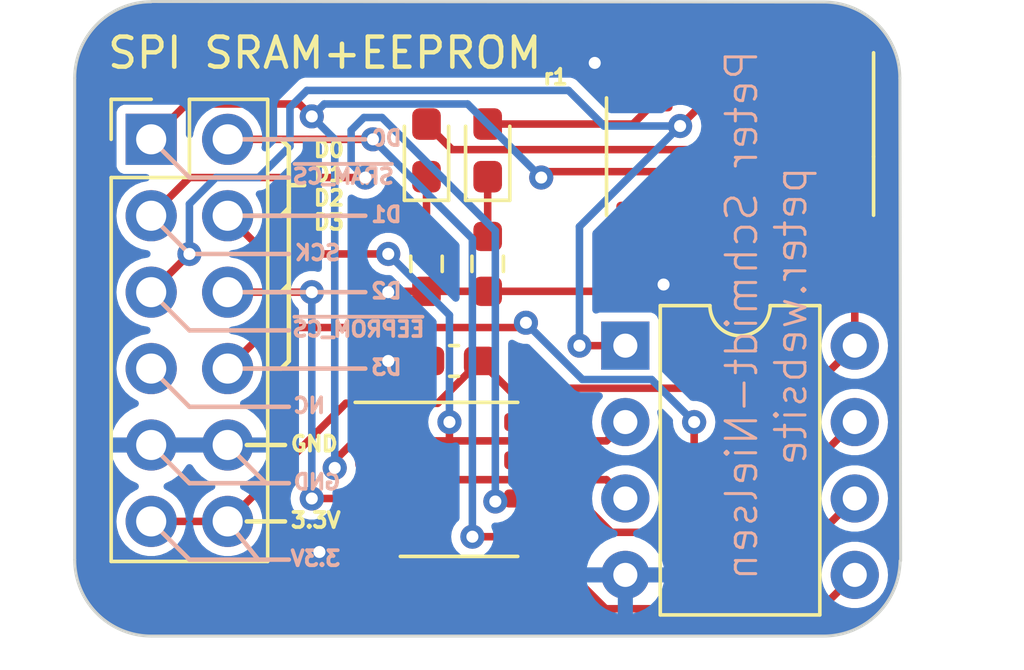
<source format=kicad_pcb>
(kicad_pcb (version 20221018) (generator pcbnew)
  (layers (0 "F.Cu" signal) (31 "B.Cu" signal) (34 "B.Paste" user) (35 "F.Paste" user) (36 "B.SilkS" user "B.Silkscreen") (37 "F.SilkS" user "F.Silkscreen") (38 "B.Mask" user) (39 "F.Mask" user) (44 "Edge.Cuts" user))
  (net 0 "")
  (net 1 "+3.3V")
  (net 2 "GND")
  (net 3 "~{CS_SRAM}")
  (net 4 "SCK")
  (net 5 "D0")
  (net 6 "D1")
  (net 7 "D2")
  (net 8 "D3")
  (net 9 "~{CS_EEPROM}")
  (net 11 "Net-(D1-K)")
  (net 12 "Net-(D1-A)")
  (net 13 "Net-(D2-K)")
  (net 14 "Net-(D2-A)")
  (footprint "Package_SO:SOIC-14_3.9x8.7mm_P1.27mm" (layer "F.Cu") (at 83.058 42.483 -90)
    (fp_text reference "U3" hide)
    (fp_text value "74HC00")
    (fp_line (start 0 -4.435) (end -3.45 -4.435) (stroke (width 0.12)) (layer "F.SilkS"))
    (fp_line (start 0 -4.435) (end 1.95 -4.435) (stroke (width 0.12)) (layer "F.SilkS"))
    (fp_line (start 0 4.435) (end -1.95 4.435) (stroke (width 0.12)) (layer "F.SilkS"))
    (fp_line (start 0 4.435) (end 1.95 4.435) (stroke (width 0.12)) (layer "F.SilkS"))
    (pad "1" smd roundrect (at -2.475 -3.81 270) (size 1.95 0.6) (layers "F.Cu" "F.Paste" "F.Mask") (net 3 "~{CS_SRAM}"))
    (pad "2" smd roundrect (at -2.475 -2.54 270) (size 1.95 0.6) (layers "F.Cu" "F.Paste" "F.Mask") (net 3 "~{CS_SRAM}"))
    (pad "3" smd roundrect (at -2.475 -1.27 270) (size 1.95 0.6) (layers "F.Cu" "F.Paste" "F.Mask") (net 12 "Net-(D1-A)"))
    (pad "4" smd roundrect (at -2.475 0 270) (size 1.95 0.6) (layers "F.Cu" "F.Paste" "F.Mask") (net 9 "~{CS_EEPROM}"))
    (pad "5" smd roundrect (at -2.475 1.27 270) (size 1.95 0.6) (layers "F.Cu" "F.Paste" "F.Mask") (net 9 "~{CS_EEPROM}"))
    (pad "6" smd roundrect (at -2.475 2.54 270) (size 1.95 0.6) (layers "F.Cu" "F.Paste" "F.Mask") (net 14 "Net-(D2-A)"))
    (pad "7" smd roundrect (at -2.475 3.81 270) (size 1.95 0.6) (layers "F.Cu" "F.Paste" "F.Mask") (net 2 "GND"))
    (pad "8" smd roundrect (at 2.475 3.81 270) (size 1.95 0.6) (layers "F.Cu" "F.Paste" "F.Mask"))
    (pad "9" smd roundrect (at 2.475 2.54 270) (size 1.95 0.6) (layers "F.Cu" "F.Paste" "F.Mask") (net 2 "GND"))
    (pad "10" smd roundrect (at 2.475 1.27 270) (size 1.95 0.6) (layers "F.Cu" "F.Paste" "F.Mask") (net 2 "GND"))
    (pad "11" smd roundrect (at 2.475 0 270) (size 1.95 0.6) (layers "F.Cu" "F.Paste" "F.Mask"))
    (pad "12" smd roundrect (at 2.475 -1.27 270) (size 1.95 0.6) (layers "F.Cu" "F.Paste" "F.Mask") (net 2 "GND"))
    (pad "13" smd roundrect (at 2.475 -2.54 270) (size 1.95 0.6) (layers "F.Cu" "F.Paste" "F.Mask") (net 2 "GND"))
    (pad "14" smd roundrect (at 2.475 -3.81 270) (size 1.95 0.6) (layers "F.Cu" "F.Paste" "F.Mask") (net 1 "+3.3V"))
  )
  (footprint "Resistor_SMD:R_0603_1608Metric_Pad0.98x0.95mm_HandSolder" (layer "F.Cu") (at 74.676 46.0495 -90)
    (fp_text reference "R2" hide)
    (fp_text value "R")
    (fp_line (start -0.254724 -0.5225) (end 0.254724 -0.5225) (stroke (width 0.12)) (layer "F.SilkS"))
    (fp_line (start -0.254724 0.5225) (end 0.254724 0.5225) (stroke (width 0.12)) (layer "F.SilkS"))
    (pad "1" smd roundrect (at -0.9125 0 270) (size 0.975 0.95) (layers "F.Cu" "F.Paste" "F.Mask") (net 13 "Net-(D2-K)"))
    (pad "2" smd roundrect (at 0.9125 0 270) (size 0.975 0.95) (layers "F.Cu" "F.Paste" "F.Mask") (net 2 "GND"))
  )
  (footprint "Capacitor_SMD:C_0603_1608Metric_Pad1.08x0.95mm_HandSolder" (layer "F.Cu") (at 73.5595 49.276 180)
    (fp_text reference "C1" hide)
    (fp_text value "1 uF")
    (fp_line (start -0.146267 -0.51) (end 0.146267 -0.51) (stroke (width 0.12)) (layer "F.SilkS"))
    (fp_line (start -0.146267 0.51) (end 0.146267 0.51) (stroke (width 0.12)) (layer "F.SilkS"))
    (pad "1" smd roundrect (at -0.8625 0 180) (size 1.075 0.95) (layers "F.Cu" "F.Paste" "F.Mask") (net 1 "+3.3V"))
    (pad "2" smd roundrect (at 0.8625 0 180) (size 1.075 0.95) (layers "F.Cu" "F.Paste" "F.Mask") (net 2 "GND"))
  )
  (footprint "LED_SMD:LED_0603_1608Metric_Pad1.05x0.95mm_HandSolder" (layer "F.Cu") (at 74.676 42.277 90)
    (fp_text reference "D2" hide)
    (fp_text value "LED")
    (fp_line (start -1.66 -0.735) (end -1.66 0.735) (stroke (width 0.12)) (layer "F.SilkS"))
    (fp_line (start -1.66 0.735) (end 0.8 0.735) (stroke (width 0.12)) (layer "F.SilkS"))
    (fp_line (start 0.8 -0.735) (end -1.66 -0.735) (stroke (width 0.12)) (layer "F.SilkS"))
    (pad "1" smd roundrect (at -0.875 0 90) (size 1.05 0.95) (layers "F.Cu" "F.Paste" "F.Mask") (net 13 "Net-(D2-K)"))
    (pad "2" smd roundrect (at 0.875 0 90) (size 1.05 0.95) (layers "F.Cu" "F.Paste" "F.Mask") (net 14 "Net-(D2-A)"))
  )
  (footprint "Resistor_SMD:R_0603_1608Metric_Pad0.98x0.95mm_HandSolder" (layer "F.Cu") (at 72.644 46.0495 -90)
    (fp_text reference "R1" hide)
    (fp_text value "R")
    (fp_line (start -0.254724 -0.5225) (end 0.254724 -0.5225) (stroke (width 0.12)) (layer "F.SilkS"))
    (fp_line (start -0.254724 0.5225) (end 0.254724 0.5225) (stroke (width 0.12)) (layer "F.SilkS"))
    (pad "1" smd roundrect (at -0.9125 0 270) (size 0.975 0.95) (layers "F.Cu" "F.Paste" "F.Mask") (net 11 "Net-(D1-K)"))
    (pad "2" smd roundrect (at 0.9125 0 270) (size 0.975 0.95) (layers "F.Cu" "F.Paste" "F.Mask") (net 2 "GND"))
  )
  (footprint "LED_SMD:LED_0603_1608Metric_Pad1.05x0.95mm_HandSolder" (layer "F.Cu") (at 72.644 42.277 90)
    (fp_text reference "D1" hide)
    (fp_text value "LED")
    (fp_line (start -1.66 -0.735) (end -1.66 0.735) (stroke (width 0.12)) (layer "F.SilkS"))
    (fp_line (start -1.66 0.735) (end 0.8 0.735) (stroke (width 0.12)) (layer "F.SilkS"))
    (fp_line (start 0.8 -0.735) (end -1.66 -0.735) (stroke (width 0.12)) (layer "F.SilkS"))
    (pad "1" smd roundrect (at -0.875 0 90) (size 1.05 0.95) (layers "F.Cu" "F.Paste" "F.Mask") (net 11 "Net-(D1-K)"))
    (pad "2" smd roundrect (at 0.875 0 90) (size 1.05 0.95) (layers "F.Cu" "F.Paste" "F.Mask") (net 12 "Net-(D1-A)"))
  )
  (footprint "Package_SO:SOIC-8_3.9x4.9mm_P1.27mm" (layer "F.Cu") (at 73.725 53.213)
    (property "VALUE" "SRAM 1MB 20MHZ 1.8-5.5V")
    (fp_text reference "U1" hide)
    (fp_text value "23LC1024 (SOIC8)")
    (fp_line (start 0 -2.56) (end -3.45 -2.56) (stroke (width 0.12)) (layer "F.SilkS"))
    (fp_line (start 0 -2.56) (end 1.95 -2.56) (stroke (width 0.12)) (layer "F.SilkS"))
    (fp_line (start 0 2.56) (end -1.95 2.56) (stroke (width 0.12)) (layer "F.SilkS"))
    (fp_line (start 0 2.56) (end 1.95 2.56) (stroke (width 0.12)) (layer "F.SilkS"))
    (pad "1" smd roundrect (at -2.475 -1.905) (size 1.95 0.6) (layers "F.Cu" "F.Paste" "F.Mask") (net 3 "~{CS_SRAM}"))
    (pad "2" smd roundrect (at -2.475 -0.635) (size 1.95 0.6) (layers "F.Cu" "F.Paste" "F.Mask") (net 6 "D1"))
    (pad "3" smd roundrect (at -2.475 0.635) (size 1.95 0.6) (layers "F.Cu" "F.Paste" "F.Mask") (net 7 "D2"))
    (pad "4" smd roundrect (at -2.475 1.905) (size 1.95 0.6) (layers "F.Cu" "F.Paste" "F.Mask") (net 2 "GND"))
    (pad "5" smd roundrect (at 2.475 1.905) (size 1.95 0.6) (layers "F.Cu" "F.Paste" "F.Mask") (net 5 "D0"))
    (pad "6" smd roundrect (at 2.475 0.635) (size 1.95 0.6) (layers "F.Cu" "F.Paste" "F.Mask") (net 4 "SCK"))
    (pad "7" smd roundrect (at 2.475 -0.635) (size 1.95 0.6) (layers "F.Cu" "F.Paste" "F.Mask") (net 8 "D3"))
    (pad "8" smd roundrect (at 2.475 -1.905) (size 1.95 0.6) (layers "F.Cu" "F.Paste" "F.Mask") (net 1 "+3.3V"))
  )
  (footprint "Connector_PinHeader_2.54mm:PinHeader_2x06_P2.54mm_Vertical" (layer "F.Cu") (at 63.5 41.91)
    (fp_text reference "J1" hide)
    (fp_text value "PMOD connector")
    (fp_line (start -1.33 -1.33) (end 0 -1.33) (stroke (width 0.12)) (layer "F.SilkS"))
    (fp_line (start -1.33 0) (end -1.33 -1.33) (stroke (width 0.12)) (layer "F.SilkS"))
    (fp_line (start -1.33 1.27) (end -1.33 14.03) (stroke (width 0.12)) (layer "F.SilkS"))
    (fp_line (start -1.33 1.27) (end 1.27 1.27) (stroke (width 0.12)) (layer "F.SilkS"))
    (fp_line (start -1.33 14.03) (end 3.87 14.03) (stroke (width 0.12)) (layer "F.SilkS"))
    (fp_line (start 1.27 -1.33) (end 3.87 -1.33) (stroke (width 0.12)) (layer "F.SilkS"))
    (fp_line (start 1.27 1.27) (end 1.27 -1.33) (stroke (width 0.12)) (layer "F.SilkS"))
    (fp_line (start 3.87 -1.33) (end 3.87 14.03) (stroke (width 0.12)) (layer "F.SilkS"))
    (pad "1" thru_hole rect (at 0 0) (size 1.7 1.7) (drill 1) (layers "*.Cu" "*.Mask") (net 3 "~{CS_SRAM}"))
    (pad "2" thru_hole oval (at 2.54 0) (size 1.7 1.7) (drill 1) (layers "*.Cu" "*.Mask") (net 5 "D0"))
    (pad "3" thru_hole oval (at 0 2.54) (size 1.7 1.7) (drill 1) (layers "*.Cu" "*.Mask") (net 4 "SCK"))
    (pad "4" thru_hole oval (at 2.54 2.54) (size 1.7 1.7) (drill 1) (layers "*.Cu" "*.Mask") (net 6 "D1"))
    (pad "5" thru_hole oval (at 0 5.08) (size 1.7 1.7) (drill 1) (layers "*.Cu" "*.Mask") (net 9 "~{CS_EEPROM}"))
    (pad "6" thru_hole oval (at 2.54 5.08) (size 1.7 1.7) (drill 1) (layers "*.Cu" "*.Mask") (net 7 "D2"))
    (pad "7" thru_hole oval (at 0 7.62) (size 1.7 1.7) (drill 1) (layers "*.Cu" "*.Mask"))
    (pad "8" thru_hole oval (at 2.54 7.62) (size 1.7 1.7) (drill 1) (layers "*.Cu" "*.Mask") (net 8 "D3"))
    (pad "9" thru_hole oval (at 0 10.16) (size 1.7 1.7) (drill 1) (layers "*.Cu" "*.Mask") (net 2 "GND"))
    (pad "10" thru_hole oval (at 2.54 10.16) (size 1.7 1.7) (drill 1) (layers "*.Cu" "*.Mask") (net 2 "GND"))
    (pad "11" thru_hole oval (at 0 12.7) (size 1.7 1.7) (drill 1) (layers "*.Cu" "*.Mask") (net 1 "+3.3V"))
    (pad "12" thru_hole oval (at 2.54 12.7) (size 1.7 1.7) (drill 1) (layers "*.Cu" "*.Mask") (net 1 "+3.3V"))
  )
  (footprint "Package_DIP:DIP-8_W7.62mm" (layer "F.Cu") (at 79.248 48.768)
    (fp_text reference "U2" hide)
    (fp_text value "25LC1024 (DIP8 socket)")
    (fp_line (start 1.16 -1.33) (end 1.16 8.95) (stroke (width 0.12)) (layer "F.SilkS"))
    (fp_line (start 1.16 8.95) (end 6.46 8.95) (stroke (width 0.12)) (layer "F.SilkS"))
    (fp_line (start 2.81 -1.33) (end 1.16 -1.33) (stroke (width 0.12)) (layer "F.SilkS"))
    (fp_line (start 6.46 -1.33) (end 4.81 -1.33) (stroke (width 0.12)) (layer "F.SilkS"))
    (fp_line (start 6.46 8.95) (end 6.46 -1.33) (stroke (width 0.12)) (layer "F.SilkS"))
    (fp_arc (start 4.81 -1.33) (mid 3.81 -0.33) (end 2.81 -1.33) (stroke (width 0.12)) (layer "F.SilkS"))
    (pad "1" thru_hole rect (at 0 0) (size 1.6 1.6) (drill 0.8) (layers "*.Cu" "*.Mask") (net 9 "~{CS_EEPROM}"))
    (pad "2" thru_hole oval (at 0 2.54) (size 1.6 1.6) (drill 0.8) (layers "*.Cu" "*.Mask") (net 6 "D1"))
    (pad "3" thru_hole oval (at 0 5.08) (size 1.6 1.6) (drill 0.8) (layers "*.Cu" "*.Mask") (net 7 "D2"))
    (pad "4" thru_hole oval (at 0 7.62) (size 1.6 1.6) (drill 0.8) (layers "*.Cu" "*.Mask") (net 2 "GND"))
    (pad "5" thru_hole oval (at 7.62 7.62) (size 1.6 1.6) (drill 0.8) (layers "*.Cu" "*.Mask") (net 5 "D0"))
    (pad "6" thru_hole oval (at 7.62 5.08) (size 1.6 1.6) (drill 0.8) (layers "*.Cu" "*.Mask") (net 4 "SCK"))
    (pad "7" thru_hole oval (at 7.62 2.54) (size 1.6 1.6) (drill 0.8) (layers "*.Cu" "*.Mask") (net 8 "D3"))
    (pad "8" thru_hole oval (at 7.62 0) (size 1.6 1.6) (drill 0.8) (layers "*.Cu" "*.Mask") (net 1 "+3.3V"))
  )
  (gr_line (start 63.5 54.61) (end 64.77 55.88) (stroke (width 0.15)) (layer "B.SilkS"))
  (gr_line (start 63.5 46.99) (end 64.77 48.26) (stroke (width 0.15)) (layer "B.SilkS"))
  (gr_line (start 66.04 44.45) (end 70.612 44.45) (stroke (width 0.15)) (layer "B.SilkS"))
  (gr_line (start 64.77 43.18) (end 68.072 43.18) (stroke (width 0.15)) (layer "B.SilkS"))
  (gr_line (start 66.04 49.53) (end 70.612 49.53) (stroke (width 0.15)) (layer "B.SilkS"))
  (gr_line (start 66.04 54.61) (end 67.056 55.88) (stroke (width 0.15)) (layer "B.SilkS"))
  (gr_line (start 66.04 41.91) (end 70.612 41.91) (stroke (width 0.15)) (layer "B.SilkS"))
  (gr_line (start 64.77 53.34) (end 68.072 53.34) (stroke (width 0.15)) (layer "B.SilkS"))
  (gr_line (start 64.77 50.8) (end 68.072 50.8) (stroke (width 0.15)) (layer "B.SilkS"))
  (gr_line (start 64.77 45.72) (end 68.072 45.72) (stroke (width 0.15)) (layer "B.SilkS"))
  (gr_line (start 64.77 55.88) (end 68.072 55.88) (stroke (width 0.15)) (layer "B.SilkS"))
  (gr_line (start 63.5 44.45) (end 64.77 45.72) (stroke (width 0.15)) (layer "B.SilkS"))
  (gr_line (start 66.04 46.99) (end 70.612 46.99) (stroke (width 0.15)) (layer "B.SilkS"))
  (gr_line (start 63.5 52.07) (end 64.77 53.34) (stroke (width 0.15)) (layer "B.SilkS"))
  (gr_line (start 63.5 49.53) (end 64.77 50.8) (stroke (width 0.15)) (layer "B.SilkS"))
  (gr_line (start 63.5 41.91) (end 64.77 43.18) (stroke (width 0.15)) (layer "B.SilkS"))
  (gr_line (start 64.77 48.26) (end 68.072 48.26) (stroke (width 0.15)) (layer "B.SilkS"))
  (gr_line (start 66.04 52.07) (end 67.31 53.34) (stroke (width 0.15)) (layer "B.SilkS"))
  (gr_line (start 66.802 41.91) (end 67.818 41.91) (stroke (width 0.15)) (layer "F.SilkS"))
  (gr_line (start 67.818 46.99) (end 68.072 46.736) (stroke (width 0.15)) (layer "F.SilkS"))
  (gr_line (start 67.818 44.45) (end 68.072 44.196) (stroke (width 0.15)) (layer "F.SilkS"))
  (gr_line (start 66.802 46.99) (end 67.818 46.99) (stroke (width 0.15)) (layer "F.SilkS"))
  (gr_line (start 67.818 49.53) (end 68.072 49.276) (stroke (width 0.15)) (layer "F.SilkS"))
  (gr_line (start 66.675 54.61) (end 67.945 54.61) (stroke (width 0.15)) (layer "F.SilkS"))
  (gr_line (start 68.072 43.434) (end 68.58 43.434) (stroke (width 0.15)) (layer "F.SilkS"))
  (gr_line (start 66.802 44.45) (end 67.818 44.45) (stroke (width 0.15)) (layer "F.SilkS"))
  (gr_line (start 68.072 42.164) (end 68.072 49.276) (stroke (width 0.15)) (layer "F.SilkS"))
  (gr_line (start 67.818 41.91) (end 68.072 42.164) (stroke (width 0.15)) (layer "F.SilkS"))
  (gr_line (start 66.802 49.53) (end 67.818 49.53) (stroke (width 0.15)) (layer "F.SilkS"))
  (gr_line (start 66.675 52.07) (end 67.945 52.07) (stroke (width 0.15)) (layer "F.SilkS"))
  (gr_line (start 88.391877 55.916331) (end 88.364891 39.878025) (stroke (width 0.1)) (layer "Edge.Cuts"))
  (gr_line (start 63.509025 37.328974) (end 85.842974 37.347025) (stroke (width 0.1)) (layer "Edge.Cuts"))
  (gr_arc (start 88.373844 55.916075) (mid 87.617298 57.688814) (end 85.833949 58.42) (stroke (width 0.1)) (layer "Edge.Cuts"))
  (gr_line (start 85.833949 58.42) (end 63.5 58.42) (stroke (width 0.1)) (layer "Edge.Cuts"))
  (gr_arc (start 63.5 58.42) (mid 61.703949 57.676051) (end 60.96 55.88) (stroke (width 0.1)) (layer "Edge.Cuts"))
  (gr_line (start 60.96 55.88) (end 60.96 39.877974) (stroke (width 0.1)) (layer "Edge.Cuts"))
  (gr_arc (start 85.842974 37.347025) (mid 87.626795 38.091539) (end 88.364891 39.878025) (stroke (width 0.1)) (layer "Edge.Cuts"))
  (gr_arc (start 60.96 39.877974) (mid 61.703958 38.08194) (end 63.5 37.337974) (stroke (width 0.1)) (layer "Edge.Cuts"))
  (gr_text "~{EEPROM_CS}\n" (at 72.644 48.514) (layer "B.SilkS") (effects (font (size 0.5 0.5) (thickness 0.125)) (justify left bottom mirror)))
  (gr_text "Peter Schmidt-Nielsen\n     peter.website" (at 85.344 38.862 90) (layer "B.SilkS") (effects (font (size 1.016 1.016) (thickness 0.1)) (justify left bottom mirror)))
  (gr_text "SCK" (at 69.85 45.974) (layer "B.SilkS") (effects (font (size 0.5 0.5) (thickness 0.125)) (justify left bottom mirror)))
  (gr_text "GND" (at 69.85 53.594) (layer "B.SilkS") (effects (font (size 0.5 0.5) (thickness 0.125)) (justify left bottom mirror)))
  (gr_text "3.3V" (at 69.85 56.134) (layer "B.SilkS") (effects (font (size 0.5 0.5) (thickness 0.125)) (justify left bottom mirror)))
  (gr_text "~{SRAM_CS}" (at 71.628 43.434) (layer "B.SilkS") (effects (font (size 0.5 0.5) (thickness 0.125)) (justify left bottom mirror)))
  (gr_text "D0" (at 71.882 42.164) (layer "B.SilkS") (effects (font (size 0.5 0.5) (thickness 0.125)) (justify left bottom mirror)))
  (gr_text "D1" (at 71.882 44.704) (layer "B.SilkS") (effects (font (size 0.5 0.5) (thickness 0.125)) (justify left bottom mirror)))
  (gr_text "D3" (at 71.882 49.784) (layer "B.SilkS") (effects (font (size 0.5 0.5) (thickness 0.125)) (justify left bottom mirror)))
  (gr_text "NC" (at 69.342 51.054) (layer "B.SilkS") (effects (font (size 0.5 0.5) (thickness 0.125)) (justify left bottom mirror)))
  (gr_text "D2" (at 71.882 47.244) (layer "B.SilkS") (effects (font (size 0.5 0.5) (thickness 0.125)) (justify left bottom mirror)))
  (gr_text "D0\nD1\nD2\nD3" (at 68.834 44.958) (layer "F.SilkS") (effects (font (size 0.5 0.5) (thickness 0.125)) (justify left bottom)))
  (gr_text "3.3V" (at 68.072 54.864) (layer "F.SilkS") (effects (font (size 0.5 0.5) (thickness 0.125)) (justify left bottom)))
  (gr_text "r1" (at 76.454 40.132) (layer "F.SilkS") (effects (font (size 0.5 0.5) (thickness 0.125)) (justify left bottom)))
  (gr_text "GND" (at 68.072 52.324) (layer "F.SilkS") (effects (font (size 0.5 0.5) (thickness 0.125)) (justify left bottom)))
  (gr_text "SPI SRAM+EEPROM" (at 61.976 39.624) (layer "F.SilkS") (effects (font (size 1 1)) (justify left bottom)))
  (segment (start 63.5 54.61) (end 66.04 54.61) (width 0.25) (layer "F.Cu") (net 1))
  (segment (start 86.868 48.768) (end 86.868 44.958) (width 0.25) (layer "F.Cu") (net 1))
  (segment (start 85.453 50.183) (end 77.325 50.183) (width 0.25) (layer "F.Cu") (net 1))
  (segment (start 69.967 50.683) (end 73.015 50.683) (width 0.25) (layer "F.Cu") (net 1))
  (segment (start 73.015 50.683) (end 74.422 49.276) (width 0.25) (layer "F.Cu") (net 1))
  (segment (start 86.868 48.768) (end 85.453 50.183) (width 0.25) (layer "F.Cu") (net 1))
  (segment (start 77.325 50.183) (end 76.2 51.308) (width 0.25) (layer "F.Cu") (net 1))
  (segment (start 66.04 54.61) (end 69.967 50.683) (width 0.25) (layer "F.Cu") (net 1))
  (segment (start 76.2 51.308) (end 76.2 51.054) (width 0.25) (layer "F.Cu") (net 1))
  (segment (start 76.2 51.054) (end 74.422 49.276) (width 0.25) (layer "F.Cu") (net 1))
  (segment (start 71.25 55.118) (end 69.596 55.118) (width 0.25) (layer "F.Cu") (net 2))
  (segment (start 82.935249 43.434) (end 83.180751 43.434) (width 0.25) (layer "F.Cu") (net 2))
  (segment (start 72.697 49.276) (end 71.374 49.276) (width 0.25) (layer "F.Cu") (net 2))
  (segment (start 80.518 44.958) (end 81.788 44.958) (width 0.25) (layer "F.Cu") (net 2))
  (segment (start 81.788 44.958) (end 81.788 44.581249) (width 0.25) (layer "F.Cu") (net 2))
  (segment (start 84.328 44.581249) (end 84.328 44.958) (width 0.25) (layer "F.Cu") (net 2))
  (segment (start 69.596 55.118) (end 69.088 55.626) (width 0.25) (layer "F.Cu") (net 2))
  (segment (start 74.676 46.962) (end 72.644 46.962) (width 0.25) (layer "F.Cu") (net 2))
  (segment (start 79.153249 46.962) (end 74.676 46.962) (width 0.25) (layer "F.Cu") (net 2))
  (segment (start 72.644 46.962) (end 71.402 46.962) (width 0.25) (layer "F.Cu") (net 2))
  (segment (start 84.328 44.958) (end 85.598 44.958) (width 0.25) (layer "F.Cu") (net 2))
  (segment (start 79.379249 46.736) (end 79.153249 46.962) (width 0.25) (layer "F.Cu") (net 2))
  (segment (start 81.788 44.581249) (end 82.935249 43.434) (width 0.25) (layer "F.Cu") (net 2))
  (segment (start 71.402 46.962) (end 71.374 46.99) (width 0.25) (layer "F.Cu") (net 2))
  (segment (start 80.518 46.736) (end 79.379249 46.736) (width 0.25) (layer "F.Cu") (net 2))
  (segment (start 78.87 40.008) (end 78.232 39.37) (width 0.25) (layer "F.Cu") (net 2))
  (segment (start 80.518 44.958) (end 80.518 46.736) (width 0.25) (layer "F.Cu") (net 2))
  (segment (start 83.180751 43.434) (end 84.328 44.581249) (width 0.25) (layer "F.Cu") (net 2))
  (segment (start 79.248 40.008) (end 78.87 40.008) (width 0.25) (layer "F.Cu") (net 2))
  (via (at 69.088 55.626) (size 0.8) (drill 0.4) (layers "F.Cu" "B.Cu") (net 2))
  (via (at 71.374 46.99) (size 0.8) (drill 0.4) (layers "F.Cu" "B.Cu") (net 2))
  (via (at 78.232 39.37) (size 0.8) (drill 0.4) (layers "F.Cu" "B.Cu") (net 2))
  (via (at 80.518 46.736) (size 0.8) (drill 0.4) (layers "F.Cu" "B.Cu") (net 2))
  (via (at 71.374 49.276) (size 0.8) (drill 0.4) (layers "F.Cu" "B.Cu") (net 2))
  (segment (start 76.65 42.984) (end 76.454 43.18) (width 0.25) (layer "F.Cu") (net 3))
  (segment (start 70.873249 51.308) (end 69.596 52.585249) (width 0.25) (layer "F.Cu") (net 3))
  (segment (start 71.25 51.308) (end 70.873249 51.308) (width 0.25) (layer "F.Cu") (net 3))
  (segment (start 85.598 40.384751) (end 82.998751 42.984) (width 0.25) (layer "F.Cu") (net 3))
  (segment (start 85.598 40.008) (end 85.598 40.384751) (width 0.25) (layer "F.Cu") (net 3))
  (segment (start 86.868 40.008) (end 85.598 40.008) (width 0.25) (layer "F.Cu") (net 3))
  (segment (start 68.421 40.735) (end 64.675 40.735) (width 0.25) (layer "F.Cu") (net 3))
  (segment (start 64.675 40.735) (end 63.5 41.91) (width 0.25) (layer "F.Cu") (net 3))
  (segment (start 82.998751 42.984) (end 76.65 42.984) (width 0.25) (layer "F.Cu") (net 3))
  (segment (start 68.834 41.148) (end 68.421 40.735) (width 0.25) (layer "F.Cu") (net 3))
  (segment (start 69.596 52.585249) (end 69.596 52.832) (width 0.25) (layer "F.Cu") (net 3))
  (via (at 69.596 52.832) (size 0.8) (drill 0.4) (layers "F.Cu" "B.Cu") (net 3))
  (via (at 76.454 43.18) (size 0.8) (drill 0.4) (layers "F.Cu" "B.Cu") (net 3))
  (via (at 68.834 41.148) (size 0.8) (drill 0.4) (layers "F.Cu" "B.Cu") (net 3))
  (segment (start 74.009 40.735) (end 69.247 40.735) (width 0.25) (layer "B.Cu") (net 3))
  (segment (start 69.247 40.735) (end 68.834 41.148) (width 0.25) (layer "B.Cu") (net 3))
  (segment (start 76.454 43.18) (end 74.009 40.735) (width 0.25) (layer "B.Cu") (net 3))
  (segment (start 69.596 52.832) (end 69.596 41.91) (width 0.25) (layer "B.Cu") (net 3))
  (segment (start 69.596 41.91) (end 68.834 41.148) (width 0.25) (layer "B.Cu") (net 3))
  (segment (start 76.2 53.848) (end 77.657009 53.848) (width 0.25) (layer "F.Cu") (net 4))
  (segment (start 85.743 54.973) (end 86.868 53.848) (width 0.25) (layer "F.Cu") (net 4))
  (segment (start 76.2 53.848) (end 75.0295 53.848) (width 0.25) (layer "F.Cu") (net 4))
  (segment (start 64.77 43.18) (end 63.5 44.45) (width 0.25) (layer "F.Cu") (net 4))
  (segment (start 77.657009 53.848) (end 78.782009 54.973) (width 0.25) (layer "F.Cu") (net 4))
  (segment (start 75.0295 53.848) (end 74.93 53.9475) (width 0.25) (layer "F.Cu") (net 4))
  (segment (start 78.782009 54.973) (end 85.743 54.973) (width 0.25) (layer "F.Cu") (net 4))
  (segment (start 70.612 43.18) (end 64.77 43.18) (width 0.25) (layer "F.Cu") (net 4))
  (via (at 74.93 53.9475) (size 0.8) (drill 0.4) (layers "F.Cu" "B.Cu") (net 4))
  (via (at 70.612 43.18) (size 0.8) (drill 0.4) (layers "F.Cu" "B.Cu") (net 4))
  (segment (start 71.166305 41.185) (end 70.565695 41.185) (width 0.25) (layer "B.Cu") (net 4))
  (segment (start 74.93 44.948695) (end 71.166305 41.185) (width 0.25) (layer "B.Cu") (net 4))
  (segment (start 70.141 41.609695) (end 70.141 42.709) (width 0.25) (layer "B.Cu") (net 4))
  (segment (start 70.141 42.709) (end 70.612 43.18) (width 0.25) (layer "B.Cu") (net 4))
  (segment (start 74.93 53.9475) (end 74.93 44.948695) (width 0.25) (layer "B.Cu") (net 4))
  (segment (start 70.565695 41.185) (end 70.141 41.609695) (width 0.25) (layer "B.Cu") (net 4))
  (segment (start 76.2 55.118) (end 74.168 55.118) (width 0.25) (layer "F.Cu") (net 5))
  (segment (start 70.866 41.91) (end 66.04 41.91) (width 0.25) (layer "F.Cu") (net 5))
  (segment (start 76.2 55.118) (end 78.595 57.513) (width 0.25) (layer "F.Cu") (net 5))
  (segment (start 78.595 57.513) (end 85.743 57.513) (width 0.25) (layer "F.Cu") (net 5))
  (segment (start 85.743 57.513) (end 86.868 56.388) (width 0.25) (layer "F.Cu") (net 5))
  (via (at 70.866 41.91) (size 0.8) (drill 0.4) (layers "F.Cu" "B.Cu") (net 5))
  (via (at 74.168 55.118) (size 0.8) (drill 0.4) (layers "F.Cu" "B.Cu") (net 5))
  (segment (start 74.168 45.212) (end 70.866 41.91) (width 0.25) (layer "B.Cu") (net 5))
  (segment (start 74.168 55.118) (end 74.168 45.212) (width 0.25) (layer "B.Cu") (net 5))
  (segment (start 71.374 45.72) (end 67.31 45.72) (width 0.25) (layer "F.Cu") (net 6))
  (segment (start 71.895 51.933) (end 71.25 52.578) (width 0.25) (layer "F.Cu") (net 6))
  (segment (start 67.31 45.72) (end 66.04 44.45) (width 0.25) (layer "F.Cu") (net 6))
  (segment (start 73.406 51.933) (end 73.406 51.308) (width 0.25) (layer "F.Cu") (net 6))
  (segment (start 78.623 51.933) (end 73.406 51.933) (width 0.25) (layer "F.Cu") (net 6))
  (segment (start 73.406 51.933) (end 71.895 51.933) (width 0.25) (layer "F.Cu") (net 6))
  (segment (start 79.248 51.308) (end 78.623 51.933) (width 0.25) (layer "F.Cu") (net 6))
  (via (at 73.406 51.308) (size 0.8) (drill 0.4) (layers "F.Cu" "B.Cu") (net 6))
  (via (at 71.374 45.72) (size 0.8) (drill 0.4) (layers "F.Cu" "B.Cu") (net 6))
  (segment (start 73.406 51.308) (end 73.406 47.752) (width 0.25) (layer "B.Cu") (net 6))
  (segment (start 73.406 47.752) (end 71.374 45.72) (width 0.25) (layer "B.Cu") (net 6))
  (segment (start 71.875 53.223) (end 71.25 53.848) (width 0.25) (layer "F.Cu") (net 7))
  (segment (start 78.623 53.223) (end 71.875 53.223) (width 0.25) (layer "F.Cu") (net 7))
  (segment (start 68.834 46.99) (end 66.04 46.99) (width 0.25) (layer "F.Cu") (net 7))
  (segment (start 79.248 53.848) (end 78.623 53.223) (width 0.25) (layer "F.Cu") (net 7))
  (segment (start 71.25 53.848) (end 68.834 53.848) (width 0.25) (layer "F.Cu") (net 7))
  (via (at 68.834 53.848) (size 0.8) (drill 0.4) (layers "F.Cu" "B.Cu") (net 7))
  (via (at 68.834 46.99) (size 0.8) (drill 0.4) (layers "F.Cu" "B.Cu") (net 7))
  (segment (start 68.834 53.848) (end 68.834 46.99) (width 0.25) (layer "B.Cu") (net 7))
  (segment (start 75.787 48.165) (end 67.405 48.165) (width 0.25) (layer "F.Cu") (net 8))
  (segment (start 81.534 52.578) (end 76.2 52.578) (width 0.25) (layer "F.Cu") (net 8))
  (segment (start 86.868 51.308) (end 85.598 52.578) (width 0.25) (layer "F.Cu") (net 8))
  (segment (start 81.534 52.578) (end 81.534 51.308) (width 0.25) (layer "F.Cu") (net 8))
  (segment (start 85.598 52.578) (end 81.534 52.578) (width 0.25) (layer "F.Cu") (net 8))
  (segment (start 75.946 48.006) (end 75.787 48.165) (width 0.25) (layer "F.Cu") (net 8))
  (segment (start 67.405 48.165) (end 66.04 49.53) (width 0.25) (layer "F.Cu") (net 8))
  (via (at 81.534 51.308) (size 0.8) (drill 0.4) (layers "F.Cu" "B.Cu") (net 8))
  (via (at 75.946 48.006) (size 0.8) (drill 0.4) (layers "F.Cu" "B.Cu") (net 8))
  (segment (start 75.946 48.015305) (end 75.946 48.006) (width 0.25) (layer "B.Cu") (net 8))
  (segment (start 80.119 49.893) (end 77.823695 49.893) (width 0.25) (layer "B.Cu") (net 8))
  (segment (start 77.823695 49.893) (end 75.946 48.015305) (width 0.25) (layer "B.Cu") (net 8))
  (segment (start 81.534 51.308) (end 80.119 49.893) (width 0.25) (layer "B.Cu") (net 8))
  (segment (start 83.058 40.008) (end 81.788 40.008) (width 0.25) (layer "F.Cu") (net 9))
  (segment (start 63.5 46.99) (end 64.77 45.72) (width 0.25) (layer "F.Cu") (net 9))
  (segment (start 81.788 40.746519) (end 81.067137 41.467382) (width 0.25) (layer "F.Cu") (net 9))
  (segment (start 81.788 40.008) (end 81.788 40.746519) (width 0.25) (layer "F.Cu") (net 9))
  (segment (start 77.724 48.768) (end 79.248 48.768) (width 0.25) (layer "F.Cu") (net 9))
  (via (at 77.724 48.768) (size 0.8) (drill 0.4) (layers "F.Cu" "B.Cu") (net 9))
  (via (at 64.77 45.72) (size 0.8) (drill 0.4) (layers "F.Cu" "B.Cu") (net 9))
  (via (at 81.067137 41.467382) (size 0.8) (drill 0.4) (layers "F.Cu" "B.Cu") (net 9))
  (segment (start 78.542077 41.467382) (end 81.067137 41.467382) (width 0.25) (layer "B.Cu") (net 9))
  (segment (start 68.671695 40.285) (end 77.359695 40.285) (width 0.25) (layer "B.Cu") (net 9))
  (segment (start 77.359695 40.285) (end 78.542077 41.467382) (width 0.25) (layer "B.Cu") (net 9))
  (segment (start 64.77 44.058299) (end 65.648299 43.18) (width 0.25) (layer "B.Cu") (net 9))
  (segment (start 64.77 45.72) (end 64.77 44.058299) (width 0.25) (layer "B.Cu") (net 9))
  (segment (start 81.067137 41.467382) (end 77.724 44.810519) (width 0.25) (layer "B.Cu") (net 9))
  (segment (start 77.724 44.810519) (end 77.724 48.768) (width 0.25) (layer "B.Cu") (net 9))
  (segment (start 65.648299 43.18) (end 67.072 43.18) (width 0.25) (layer "B.Cu") (net 9))
  (segment (start 67.072 43.18) (end 68.109 42.143) (width 0.25) (layer "B.Cu") (net 9))
  (segment (start 68.109 40.847695) (end 68.671695 40.285) (width 0.25) (layer "B.Cu") (net 9))
  (segment (start 68.109 42.143) (end 68.109 40.847695) (width 0.25) (layer "B.Cu") (net 9))
  (segment (start 72.644 43.152) (end 72.644 45.137) (width 0.25) (layer "F.Cu") (net 11))
  (segment (start 82.460751 42.252) (end 73.494 42.252) (width 0.25) (layer "F.Cu") (net 12))
  (segment (start 84.328 40.008) (end 84.328 40.384751) (width 0.25) (layer "F.Cu") (net 12))
  (segment (start 73.494 42.252) (end 72.644 41.402) (width 0.25) (layer "F.Cu") (net 12))
  (segment (start 84.328 40.384751) (end 82.460751 42.252) (width 0.25) (layer "F.Cu") (net 12))
  (segment (start 74.676 43.152) (end 74.676 45.137) (width 0.25) (layer "F.Cu") (net 13))
  (segment (start 79.500751 41.402) (end 74.676 41.402) (width 0.25) (layer "F.Cu") (net 14))
  (segment (start 80.518 40.008) (end 80.518 40.384751) (width 0.25) (layer "F.Cu") (net 14))
  (segment (start 80.518 40.384751) (end 79.500751 41.402) (width 0.25) (layer "F.Cu") (net 14))
  (zone (net 2) (net_name "GND") (layer "B.Cu") (connect_pads (clearance 0.3)) (min_thickness 0.25) (fill yes (thermal_gap 0.5) (thermal_bridge_width 0.5))
    (polygon (pts (xy 60.96 37.338) (xy 88.392 37.338) (xy 88.392 58.42) (xy 60.96 58.42)))
  )
)
</source>
